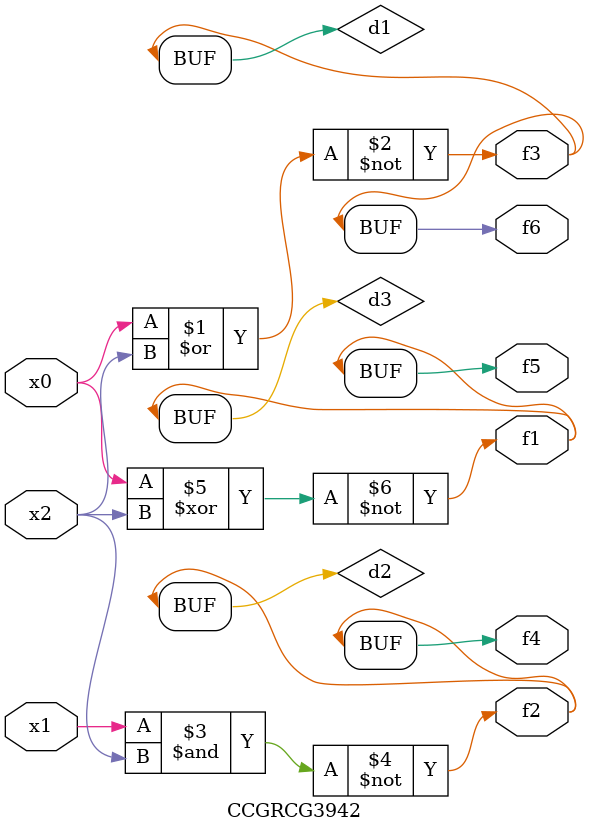
<source format=v>
module CCGRCG3942(
	input x0, x1, x2,
	output f1, f2, f3, f4, f5, f6
);

	wire d1, d2, d3;

	nor (d1, x0, x2);
	nand (d2, x1, x2);
	xnor (d3, x0, x2);
	assign f1 = d3;
	assign f2 = d2;
	assign f3 = d1;
	assign f4 = d2;
	assign f5 = d3;
	assign f6 = d1;
endmodule

</source>
